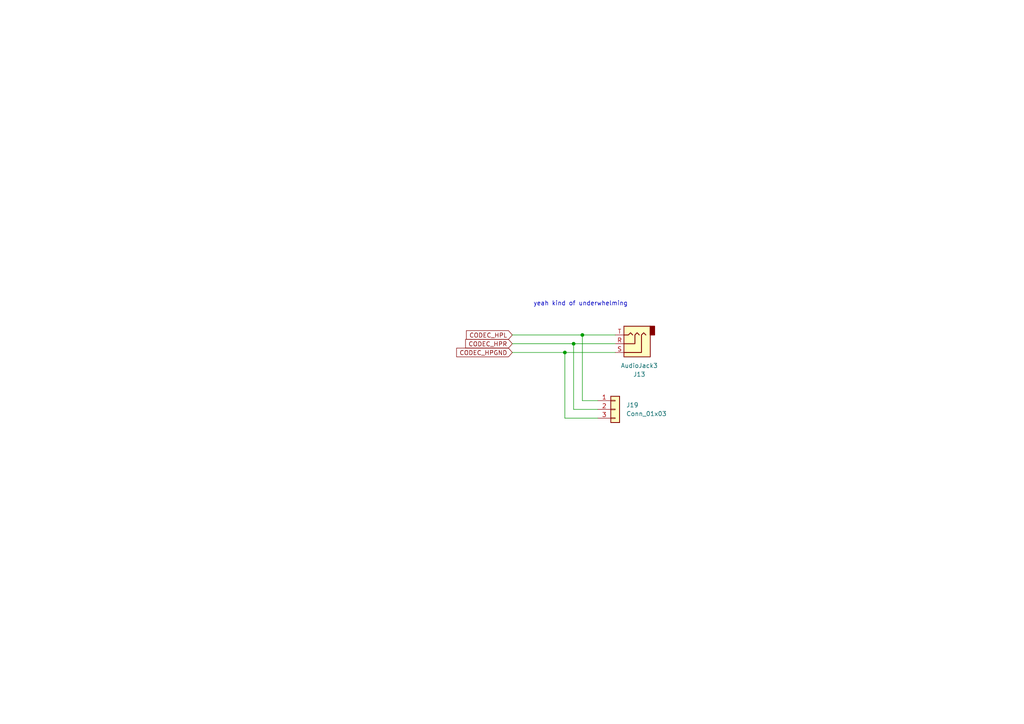
<source format=kicad_sch>
(kicad_sch (version 20250114) (generator "eeschema") (generator_version "9.0")
  (paper "A4")
  (lib_symbols
    (symbol "Connector_Audio:AudioJack3"
      (property "Reference" "J" (at 0 8.89 0))
      (property "Value" "AudioJack3" (at 0 6.35 0))
      (symbol "AudioJack3_0_1"
        (rectangle (start -5.08 -5.08) (end -6.35 -2.54) (stroke (width 0.254)) (fill (type outline)))
        (polyline (pts (xy -1.905 -2.54) (xy -1.27 -3.175) (xy -0.635 -2.54) (xy -0.635 0) (xy 2.54 0)) (stroke (width 0.254)))
        (polyline (pts (xy 0 -2.54) (xy 0.635 -3.175) (xy 1.27 -2.54) (xy 2.54 -2.54)) (stroke (width 0.254)))
        (rectangle (start 2.54 3.81) (end -5.08 -5.08) (stroke (width 0.254)) (fill (type background)))
        (polyline (pts (xy 2.54 2.54) (xy -2.54 2.54) (xy -2.54 -2.54) (xy -3.175 -3.175) (xy -3.81 -2.54)) (stroke (width 0.254)))
      )
      (symbol "AudioJack3_1_1"
        (pin passive line (at 5.08 2.54 180) (length 2.54) (name "~") (number "S"))
        (pin passive line (at 5.08 0 180) (length 2.54) (name "~") (number "R"))
        (pin passive line (at 5.08 -2.54 180) (length 2.54) (name "~") (number "T"))
      )
    )
    (symbol "Connector_Generic:Conn_01x03" (pin_names (offset 1.016) (hide yes))
      (property "Reference" "J" (at 0 5.08 0))
      (property "Value" "Conn_01x03" (at 0 -5.08 0))
      (symbol "Conn_01x03_1_1"
        (rectangle (start -1.27 3.81) (end 1.27 -3.81) (stroke (width 0.254)) (fill (type background)))
        (rectangle (start -1.27 2.667) (end 0 2.413) (stroke (width 0.1524)))
        (rectangle (start -1.27 0.127) (end 0 -0.127) (stroke (width 0.1524)))
        (rectangle (start -1.27 -2.413) (end 0 -2.667) (stroke (width 0.1524)))
        (pin passive line (at -5.08 2.54 0) (length 3.81) (name "Pin_1") (number "1"))
        (pin passive line (at -5.08 0 0) (length 3.81) (name "Pin_2") (number "2"))
        (pin passive line (at -5.08 -2.54 0) (length 3.81) (name "Pin_3") (number "3"))
      )
    )
  )
  (text "yeah kind of underwhelming" (at 168.402 88.138 0) (effects (font (size 1.27 1.27))))
  (junction (at 163.83 102.235))
  (junction (at 166.37 99.695))
  (junction (at 168.91 97.155))
  (wire (pts (xy 173.355 116.205) (xy 168.91 116.205)))
  (wire (pts (xy 173.355 118.745) (xy 166.37 118.745)))
  (wire (pts (xy 173.355 121.285) (xy 163.83 121.285)))
  (wire (pts (xy 168.91 116.205) (xy 168.91 97.155)))
  (wire (pts (xy 163.83 102.235) (xy 163.83 121.285)))
  (wire (pts (xy 166.37 118.745) (xy 166.37 99.695)))
  (wire (pts (xy 166.37 99.695) (xy 178.435 99.695)))
  (wire (pts (xy 148.59 102.235) (xy 163.83 102.235)))
  (wire (pts (xy 168.91 97.155) (xy 178.435 97.155)))
  (wire (pts (xy 148.59 97.155) (xy 168.91 97.155)))
  (wire (pts (xy 148.59 99.695) (xy 166.37 99.695)))
  (wire (pts (xy 163.83 102.235) (xy 178.435 102.235)))
  (global_label "CODEC_HPGND" (shape input) (at 148.59 102.235 180) (property "Intersheetrefs" "${INTERSHEET_REFS}" (effects (hide yes))))
  (global_label "CODEC_HPL" (shape input) (at 148.59 97.155 180) (property "Intersheetrefs" "${INTERSHEET_REFS}" (effects (hide yes))))
  (global_label "CODEC_HPR" (shape input) (at 148.59 99.695 180) (property "Intersheetrefs" "${INTERSHEET_REFS}" (effects (hide yes))))
  (symbol (lib_id "Connector_Audio:AudioJack3") (at 183.515 99.695 180) (unit 1)
    (property "Reference" "J13" (at 185.42 108.585 0))
    (property "Value" "AudioJack3" (at 185.42 106.045 0))
  )
  (symbol (lib_id "Connector_Generic:Conn_01x03") (at 178.435 118.745 0) (unit 1)
    (property "Reference" "J19" (at 181.61 117.4749 0) (effects (justify left)))
    (property "Value" "Conn_01x03" (at 181.61 120.0149 0) (effects (justify left)))
    (property "Description" "Generic connector, single row, 01x03, script generated (kicad-library-utils/schlib/autogen/connector/)" (effects (hide yes)))
  )
)
</source>
